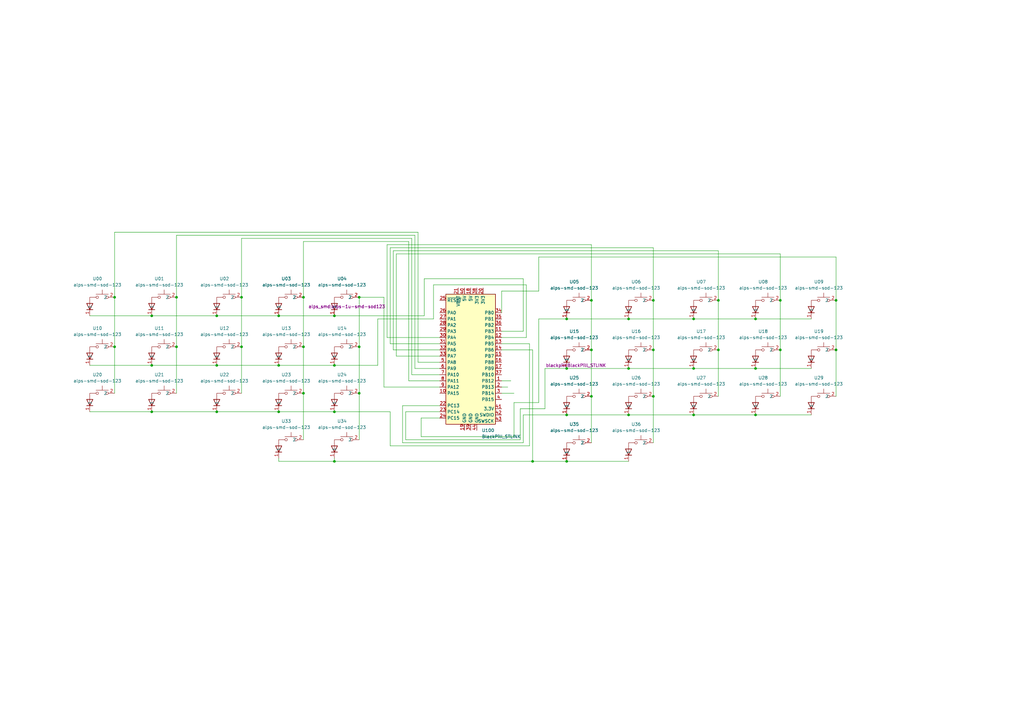
<source format=kicad_sch>
(kicad_sch (version 20211123) (generator eeschema)
  (paper "A3")
  (lib_symbols
    (symbol "alps-smd-sod-123_1"
      (property "Reference" "U" (at 0 0 0))
      (property "Value" "alps-smd-sod-123_1" (at 0 8.89 0))
      (symbol "alps-smd-sod-123_1_0_1"
        (circle (center -2.032 3.81) (radius 0.508))
        (polyline (pts (xy -6.35 -1.27) (xy -3.81 -1.27)) (stroke (width 0.254)))
        (polyline (pts (xy -5.08 1.27) (xy -5.08 -1.27)))
        (polyline (pts (xy 0 5.08) (xy 0 6.858)))
        (polyline (pts (xy 2.54 5.08) (xy -2.54 5.08)))
        (polyline (pts (xy -5.08 1.27) (xy -5.08 3.81) (xy -2.54 3.81)))
        (polyline (pts (xy -6.35 1.27) (xy -3.81 1.27) (xy -5.08 -1.27) (xy -6.35 1.27)) (stroke (width 0.254)))
        (circle (center 2.032 3.81) (radius 0.508))
        (pin passive line (at 5.08 3.81 180) (length 2.54) (name "2") (number "2"))
      )
      (symbol "alps-smd-sod-123_1_1_1"
        (pin passive line (at -5.08 -3.81 90) (length 2.54) (name "1") (number "1"))
      )
    )
    (symbol "alps-smd-sod-123_10"
      (property "Reference" "U" (at 0 0 0))
      (property "Value" "alps-smd-sod-123_10" (at 0 8.89 0))
      (symbol "alps-smd-sod-123_10_0_1"
        (circle (center -2.032 3.81) (radius 0.508))
        (polyline (pts (xy -6.35 -1.27) (xy -3.81 -1.27)) (stroke (width 0.254)))
        (polyline (pts (xy -5.08 1.27) (xy -5.08 -1.27)))
        (polyline (pts (xy 0 5.08) (xy 0 6.858)))
        (polyline (pts (xy 2.54 5.08) (xy -2.54 5.08)))
        (polyline (pts (xy -5.08 1.27) (xy -5.08 3.81) (xy -2.54 3.81)))
        (polyline (pts (xy -6.35 1.27) (xy -3.81 1.27) (xy -5.08 -1.27) (xy -6.35 1.27)) (stroke (width 0.254)))
        (circle (center 2.032 3.81) (radius 0.508))
        (pin passive line (at 5.08 3.81 180) (length 2.54) (name "2") (number "2"))
      )
      (symbol "alps-smd-sod-123_10_1_1"
        (pin passive line (at -5.08 -3.81 90) (length 2.54) (name "1") (number "1"))
      )
    )
    (symbol "alps-smd-sod-123_11"
      (property "Reference" "U" (at 0 0 0))
      (property "Value" "alps-smd-sod-123_11" (at 0 8.89 0))
      (symbol "alps-smd-sod-123_11_0_1"
        (circle (center -2.032 3.81) (radius 0.508))
        (polyline (pts (xy -6.35 -1.27) (xy -3.81 -1.27)) (stroke (width 0.254)))
        (polyline (pts (xy -5.08 1.27) (xy -5.08 -1.27)))
        (polyline (pts (xy 0 5.08) (xy 0 6.858)))
        (polyline (pts (xy 2.54 5.08) (xy -2.54 5.08)))
        (polyline (pts (xy -5.08 1.27) (xy -5.08 3.81) (xy -2.54 3.81)))
        (polyline (pts (xy -6.35 1.27) (xy -3.81 1.27) (xy -5.08 -1.27) (xy -6.35 1.27)) (stroke (width 0.254)))
        (circle (center 2.032 3.81) (radius 0.508))
        (pin passive line (at 5.08 3.81 180) (length 2.54) (name "2") (number "2"))
      )
      (symbol "alps-smd-sod-123_11_1_1"
        (pin passive line (at -5.08 -3.81 90) (length 2.54) (name "1") (number "1"))
      )
    )
    (symbol "alps-smd-sod-123_12"
      (property "Reference" "U" (at 0 0 0))
      (property "Value" "alps-smd-sod-123_12" (at 0 8.89 0))
      (symbol "alps-smd-sod-123_12_0_1"
        (circle (center -2.032 3.81) (radius 0.508))
        (polyline (pts (xy -6.35 -1.27) (xy -3.81 -1.27)) (stroke (width 0.254)))
        (polyline (pts (xy -5.08 1.27) (xy -5.08 -1.27)))
        (polyline (pts (xy 0 5.08) (xy 0 6.858)))
        (polyline (pts (xy 2.54 5.08) (xy -2.54 5.08)))
        (polyline (pts (xy -5.08 1.27) (xy -5.08 3.81) (xy -2.54 3.81)))
        (polyline (pts (xy -6.35 1.27) (xy -3.81 1.27) (xy -5.08 -1.27) (xy -6.35 1.27)) (stroke (width 0.254)))
        (circle (center 2.032 3.81) (radius 0.508))
        (pin passive line (at 5.08 3.81 180) (length 2.54) (name "2") (number "2"))
      )
      (symbol "alps-smd-sod-123_12_1_1"
        (pin passive line (at -5.08 -3.81 90) (length 2.54) (name "1") (number "1"))
      )
    )
    (symbol "alps-smd-sod-123_13"
      (property "Reference" "U" (at 0 0 0))
      (property "Value" "alps-smd-sod-123_13" (at 0 8.89 0))
      (symbol "alps-smd-sod-123_13_0_1"
        (circle (center -2.032 3.81) (radius 0.508))
        (polyline (pts (xy -6.35 -1.27) (xy -3.81 -1.27)) (stroke (width 0.254)))
        (polyline (pts (xy -5.08 1.27) (xy -5.08 -1.27)))
        (polyline (pts (xy 0 5.08) (xy 0 6.858)))
        (polyline (pts (xy 2.54 5.08) (xy -2.54 5.08)))
        (polyline (pts (xy -5.08 1.27) (xy -5.08 3.81) (xy -2.54 3.81)))
        (polyline (pts (xy -6.35 1.27) (xy -3.81 1.27) (xy -5.08 -1.27) (xy -6.35 1.27)) (stroke (width 0.254)))
        (circle (center 2.032 3.81) (radius 0.508))
        (pin passive line (at 5.08 3.81 180) (length 2.54) (name "2") (number "2"))
      )
      (symbol "alps-smd-sod-123_13_1_1"
        (pin passive line (at -5.08 -3.81 90) (length 2.54) (name "1") (number "1"))
      )
    )
    (symbol "alps-smd-sod-123_14"
      (property "Reference" "U" (at 0 0 0))
      (property "Value" "alps-smd-sod-123_14" (at 0 8.89 0))
      (symbol "alps-smd-sod-123_14_0_1"
        (circle (center -2.032 3.81) (radius 0.508))
        (polyline (pts (xy -6.35 -1.27) (xy -3.81 -1.27)) (stroke (width 0.254)))
        (polyline (pts (xy -5.08 1.27) (xy -5.08 -1.27)))
        (polyline (pts (xy 0 5.08) (xy 0 6.858)))
        (polyline (pts (xy 2.54 5.08) (xy -2.54 5.08)))
        (polyline (pts (xy -5.08 1.27) (xy -5.08 3.81) (xy -2.54 3.81)))
        (polyline (pts (xy -6.35 1.27) (xy -3.81 1.27) (xy -5.08 -1.27) (xy -6.35 1.27)) (stroke (width 0.254)))
        (circle (center 2.032 3.81) (radius 0.508))
        (pin passive line (at 5.08 3.81 180) (length 2.54) (name "2") (number "2"))
      )
      (symbol "alps-smd-sod-123_14_1_1"
        (pin passive line (at -5.08 -3.81 90) (length 2.54) (name "1") (number "1"))
      )
    )
    (symbol "alps-smd-sod-123_15"
      (property "Reference" "U" (at 0 0 0))
      (property "Value" "alps-smd-sod-123_15" (at 0 8.89 0))
      (symbol "alps-smd-sod-123_15_0_1"
        (circle (center -2.032 3.81) (radius 0.508))
        (polyline (pts (xy -6.35 -1.27) (xy -3.81 -1.27)) (stroke (width 0.254)))
        (polyline (pts (xy -5.08 1.27) (xy -5.08 -1.27)))
        (polyline (pts (xy 0 5.08) (xy 0 6.858)))
        (polyline (pts (xy 2.54 5.08) (xy -2.54 5.08)))
        (polyline (pts (xy -5.08 1.27) (xy -5.08 3.81) (xy -2.54 3.81)))
        (polyline (pts (xy -6.35 1.27) (xy -3.81 1.27) (xy -5.08 -1.27) (xy -6.35 1.27)) (stroke (width 0.254)))
        (circle (center 2.032 3.81) (radius 0.508))
        (pin passive line (at 5.08 3.81 180) (length 2.54) (name "2") (number "2"))
      )
      (symbol "alps-smd-sod-123_15_1_1"
        (pin passive line (at -5.08 -3.81 90) (length 2.54) (name "1") (number "1"))
      )
    )
    (symbol "alps-smd-sod-123_16"
      (property "Reference" "U" (at 0 0 0))
      (property "Value" "alps-smd-sod-123_16" (at 0 8.89 0))
      (symbol "alps-smd-sod-123_16_0_1"
        (circle (center -2.032 3.81) (radius 0.508))
        (polyline (pts (xy -6.35 -1.27) (xy -3.81 -1.27)) (stroke (width 0.254)))
        (polyline (pts (xy -5.08 1.27) (xy -5.08 -1.27)))
        (polyline (pts (xy 0 5.08) (xy 0 6.858)))
        (polyline (pts (xy 2.54 5.08) (xy -2.54 5.08)))
        (polyline (pts (xy -5.08 1.27) (xy -5.08 3.81) (xy -2.54 3.81)))
        (polyline (pts (xy -6.35 1.27) (xy -3.81 1.27) (xy -5.08 -1.27) (xy -6.35 1.27)) (stroke (width 0.254)))
        (circle (center 2.032 3.81) (radius 0.508))
        (pin passive line (at 5.08 3.81 180) (length 2.54) (name "2") (number "2"))
      )
      (symbol "alps-smd-sod-123_16_1_1"
        (pin passive line (at -5.08 -3.81 90) (length 2.54) (name "1") (number "1"))
      )
    )
    (symbol "alps-smd-sod-123_17"
      (property "Reference" "U" (at 0 0 0))
      (property "Value" "alps-smd-sod-123_17" (at 0 8.89 0))
      (symbol "alps-smd-sod-123_17_0_1"
        (circle (center -2.032 3.81) (radius 0.508))
        (polyline (pts (xy -6.35 -1.27) (xy -3.81 -1.27)) (stroke (width 0.254)))
        (polyline (pts (xy -5.08 1.27) (xy -5.08 -1.27)))
        (polyline (pts (xy 0 5.08) (xy 0 6.858)))
        (polyline (pts (xy 2.54 5.08) (xy -2.54 5.08)))
        (polyline (pts (xy -5.08 1.27) (xy -5.08 3.81) (xy -2.54 3.81)))
        (polyline (pts (xy -6.35 1.27) (xy -3.81 1.27) (xy -5.08 -1.27) (xy -6.35 1.27)) (stroke (width 0.254)))
        (circle (center 2.032 3.81) (radius 0.508))
        (pin passive line (at 5.08 3.81 180) (length 2.54) (name "2") (number "2"))
      )
      (symbol "alps-smd-sod-123_17_1_1"
        (pin passive line (at -5.08 -3.81 90) (length 2.54) (name "1") (number "1"))
      )
    )
    (symbol "alps-smd-sod-123_18"
      (property "Reference" "U" (at 0 0 0))
      (property "Value" "alps-smd-sod-123_18" (at 0 8.89 0))
      (symbol "alps-smd-sod-123_18_0_1"
        (circle (center -2.032 3.81) (radius 0.508))
        (polyline (pts (xy -6.35 -1.27) (xy -3.81 -1.27)) (stroke (width 0.254)))
        (polyline (pts (xy -5.08 1.27) (xy -5.08 -1.27)))
        (polyline (pts (xy 0 5.08) (xy 0 6.858)))
        (polyline (pts (xy 2.54 5.08) (xy -2.54 5.08)))
        (polyline (pts (xy -5.08 1.27) (xy -5.08 3.81) (xy -2.54 3.81)))
        (polyline (pts (xy -6.35 1.27) (xy -3.81 1.27) (xy -5.08 -1.27) (xy -6.35 1.27)) (stroke (width 0.254)))
        (circle (center 2.032 3.81) (radius 0.508))
        (pin passive line (at 5.08 3.81 180) (length 2.54) (name "2") (number "2"))
      )
      (symbol "alps-smd-sod-123_18_1_1"
        (pin passive line (at -5.08 -3.81 90) (length 2.54) (name "1") (number "1"))
      )
    )
    (symbol "alps-smd-sod-123_19"
      (property "Reference" "U" (at 0 0 0))
      (property "Value" "alps-smd-sod-123_19" (at 0 8.89 0))
      (symbol "alps-smd-sod-123_19_0_1"
        (circle (center -2.032 3.81) (radius 0.508))
        (polyline (pts (xy -6.35 -1.27) (xy -3.81 -1.27)) (stroke (width 0.254)))
        (polyline (pts (xy -5.08 1.27) (xy -5.08 -1.27)))
        (polyline (pts (xy 0 5.08) (xy 0 6.858)))
        (polyline (pts (xy 2.54 5.08) (xy -2.54 5.08)))
        (polyline (pts (xy -5.08 1.27) (xy -5.08 3.81) (xy -2.54 3.81)))
        (polyline (pts (xy -6.35 1.27) (xy -3.81 1.27) (xy -5.08 -1.27) (xy -6.35 1.27)) (stroke (width 0.254)))
        (circle (center 2.032 3.81) (radius 0.508))
        (pin passive line (at 5.08 3.81 180) (length 2.54) (name "2") (number "2"))
      )
      (symbol "alps-smd-sod-123_19_1_1"
        (pin passive line (at -5.08 -3.81 90) (length 2.54) (name "1") (number "1"))
      )
    )
    (symbol "alps-smd-sod-123_2"
      (property "Reference" "U" (at 0 0 0))
      (property "Value" "alps-smd-sod-123_2" (at 0 8.89 0))
      (symbol "alps-smd-sod-123_2_0_1"
        (circle (center -2.032 3.81) (radius 0.508))
        (polyline (pts (xy -6.35 -1.27) (xy -3.81 -1.27)) (stroke (width 0.254)))
        (polyline (pts (xy -5.08 1.27) (xy -5.08 -1.27)))
        (polyline (pts (xy 0 5.08) (xy 0 6.858)))
        (polyline (pts (xy 2.54 5.08) (xy -2.54 5.08)))
        (polyline (pts (xy -5.08 1.27) (xy -5.08 3.81) (xy -2.54 3.81)))
        (polyline (pts (xy -6.35 1.27) (xy -3.81 1.27) (xy -5.08 -1.27) (xy -6.35 1.27)) (stroke (width 0.254)))
        (circle (center 2.032 3.81) (radius 0.508))
        (pin passive line (at 5.08 3.81 180) (length 2.54) (name "2") (number "2"))
      )
      (symbol "alps-smd-sod-123_2_1_1"
        (pin passive line (at -5.08 -3.81 90) (length 2.54) (name "1") (number "1"))
      )
    )
    (symbol "alps-smd-sod-123_20"
      (property "Reference" "U" (at 0 0 0))
      (property "Value" "alps-smd-sod-123_20" (at 0 8.89 0))
      (symbol "alps-smd-sod-123_20_0_1"
        (circle (center -2.032 3.81) (radius 0.508))
        (polyline (pts (xy -6.35 -1.27) (xy -3.81 -1.27)) (stroke (width 0.254)))
        (polyline (pts (xy -5.08 1.27) (xy -5.08 -1.27)))
        (polyline (pts (xy 0 5.08) (xy 0 6.858)))
        (polyline (pts (xy 2.54 5.08) (xy -2.54 5.08)))
        (polyline (pts (xy -5.08 1.27) (xy -5.08 3.81) (xy -2.54 3.81)))
        (polyline (pts (xy -6.35 1.27) (xy -3.81 1.27) (xy -5.08 -1.27) (xy -6.35 1.27)) (stroke (width 0.254)))
        (circle (center 2.032 3.81) (radius 0.508))
        (pin passive line (at 5.08 3.81 180) (length 2.54) (name "2") (number "2"))
      )
      (symbol "alps-smd-sod-123_20_1_1"
        (pin passive line (at -5.08 -3.81 90) (length 2.54) (name "1") (number "1"))
      )
    )
    (symbol "alps-smd-sod-123_21"
      (property "Reference" "U" (at 0 0 0))
      (property "Value" "alps-smd-sod-123_21" (at 0 8.89 0))
      (symbol "alps-smd-sod-123_21_0_1"
        (circle (center -2.032 3.81) (radius 0.508))
        (polyline (pts (xy -6.35 -1.27) (xy -3.81 -1.27)) (stroke (width 0.254)))
        (polyline (pts (xy -5.08 1.27) (xy -5.08 -1.27)))
        (polyline (pts (xy 0 5.08) (xy 0 6.858)))
        (polyline (pts (xy 2.54 5.08) (xy -2.54 5.08)))
        (polyline (pts (xy -5.08 1.27) (xy -5.08 3.81) (xy -2.54 3.81)))
        (polyline (pts (xy -6.35 1.27) (xy -3.81 1.27) (xy -5.08 -1.27) (xy -6.35 1.27)) (stroke (width 0.254)))
        (circle (center 2.032 3.81) (radius 0.508))
        (pin passive line (at 5.08 3.81 180) (length 2.54) (name "2") (number "2"))
      )
      (symbol "alps-smd-sod-123_21_1_1"
        (pin passive line (at -5.08 -3.81 90) (length 2.54) (name "1") (number "1"))
      )
    )
    (symbol "alps-smd-sod-123_22"
      (property "Reference" "U" (at 0 0 0))
      (property "Value" "alps-smd-sod-123_22" (at 0 8.89 0))
      (symbol "alps-smd-sod-123_22_0_1"
        (circle (center -2.032 3.81) (radius 0.508))
        (polyline (pts (xy -6.35 -1.27) (xy -3.81 -1.27)) (stroke (width 0.254)))
        (polyline (pts (xy -5.08 1.27) (xy -5.08 -1.27)))
        (polyline (pts (xy 0 5.08) (xy 0 6.858)))
        (polyline (pts (xy 2.54 5.08) (xy -2.54 5.08)))
        (polyline (pts (xy -5.08 1.27) (xy -5.08 3.81) (xy -2.54 3.81)))
        (polyline (pts (xy -6.35 1.27) (xy -3.81 1.27) (xy -5.08 -1.27) (xy -6.35 1.27)) (stroke (width 0.254)))
        (circle (center 2.032 3.81) (radius 0.508))
        (pin passive line (at 5.08 3.81 180) (length 2.54) (name "2") (number "2"))
      )
      (symbol "alps-smd-sod-123_22_1_1"
        (pin passive line (at -5.08 -3.81 90) (length 2.54) (name "1") (number "1"))
      )
    )
    (symbol "alps-smd-sod-123_23"
      (property "Reference" "U" (at 0 0 0))
      (property "Value" "alps-smd-sod-123_23" (at 0 8.89 0))
      (symbol "alps-smd-sod-123_23_0_1"
        (circle (center -2.032 3.81) (radius 0.508))
        (polyline (pts (xy -6.35 -1.27) (xy -3.81 -1.27)) (stroke (width 0.254)))
        (polyline (pts (xy -5.08 1.27) (xy -5.08 -1.27)))
        (polyline (pts (xy 0 5.08) (xy 0 6.858)))
        (polyline (pts (xy 2.54 5.08) (xy -2.54 5.08)))
        (polyline (pts (xy -5.08 1.27) (xy -5.08 3.81) (xy -2.54 3.81)))
        (polyline (pts (xy -6.35 1.27) (xy -3.81 1.27) (xy -5.08 -1.27) (xy -6.35 1.27)) (stroke (width 0.254)))
        (circle (center 2.032 3.81) (radius 0.508))
        (pin passive line (at 5.08 3.81 180) (length 2.54) (name "2") (number "2"))
      )
      (symbol "alps-smd-sod-123_23_1_1"
        (pin passive line (at -5.08 -3.81 90) (length 2.54) (name "1") (number "1"))
      )
    )
    (symbol "alps-smd-sod-123_24"
      (property "Reference" "U" (at 0 0 0))
      (property "Value" "alps-smd-sod-123_24" (at 0 8.89 0))
      (symbol "alps-smd-sod-123_24_0_1"
        (circle (center -2.032 3.81) (radius 0.508))
        (polyline (pts (xy -6.35 -1.27) (xy -3.81 -1.27)) (stroke (width 0.254)))
        (polyline (pts (xy -5.08 1.27) (xy -5.08 -1.27)))
        (polyline (pts (xy 0 5.08) (xy 0 6.858)))
        (polyline (pts (xy 2.54 5.08) (xy -2.54 5.08)))
        (polyline (pts (xy -5.08 1.27) (xy -5.08 3.81) (xy -2.54 3.81)))
        (polyline (pts (xy -6.35 1.27) (xy -3.81 1.27) (xy -5.08 -1.27) (xy -6.35 1.27)) (stroke (width 0.254)))
        (circle (center 2.032 3.81) (radius 0.508))
        (pin passive line (at 5.08 3.81 180) (length 2.54) (name "2") (number "2"))
      )
      (symbol "alps-smd-sod-123_24_1_1"
        (pin passive line (at -5.08 -3.81 90) (length 2.54) (name "1") (number "1"))
      )
    )
    (symbol "alps-smd-sod-123_25"
      (property "Reference" "U" (at 0 0 0))
      (property "Value" "alps-smd-sod-123_25" (at 0 8.89 0))
      (symbol "alps-smd-sod-123_25_0_1"
        (circle (center -2.032 3.81) (radius 0.508))
        (polyline (pts (xy -6.35 -1.27) (xy -3.81 -1.27)) (stroke (width 0.254)))
        (polyline (pts (xy -5.08 1.27) (xy -5.08 -1.27)))
        (polyline (pts (xy 0 5.08) (xy 0 6.858)))
        (polyline (pts (xy 2.54 5.08) (xy -2.54 5.08)))
        (polyline (pts (xy -5.08 1.27) (xy -5.08 3.81) (xy -2.54 3.81)))
        (polyline (pts (xy -6.35 1.27) (xy -3.81 1.27) (xy -5.08 -1.27) (xy -6.35 1.27)) (stroke (width 0.254)))
        (circle (center 2.032 3.81) (radius 0.508))
        (pin passive line (at 5.08 3.81 180) (length 2.54) (name "2") (number "2"))
      )
      (symbol "alps-smd-sod-123_25_1_1"
        (pin passive line (at -5.08 -3.81 90) (length 2.54) (name "1") (number "1"))
      )
    )
    (symbol "alps-smd-sod-123_26"
      (property "Reference" "U" (at 0 0 0))
      (property "Value" "alps-smd-sod-123_26" (at 0 8.89 0))
      (symbol "alps-smd-sod-123_26_0_1"
        (circle (center -2.032 3.81) (radius 0.508))
        (polyline (pts (xy -6.35 -1.27) (xy -3.81 -1.27)) (stroke (width 0.254)))
        (polyline (pts (xy -5.08 1.27) (xy -5.08 -1.27)))
        (polyline (pts (xy 0 5.08) (xy 0 6.858)))
        (polyline (pts (xy 2.54 5.08) (xy -2.54 5.08)))
        (polyline (pts (xy -5.08 1.27) (xy -5.08 3.81) (xy -2.54 3.81)))
        (polyline (pts (xy -6.35 1.27) (xy -3.81 1.27) (xy -5.08 -1.27) (xy -6.35 1.27)) (stroke (width 0.254)))
        (circle (center 2.032 3.81) (radius 0.508))
        (pin passive line (at 5.08 3.81 180) (length 2.54) (name "2") (number "2"))
      )
      (symbol "alps-smd-sod-123_26_1_1"
        (pin passive line (at -5.08 -3.81 90) (length 2.54) (name "1") (number "1"))
      )
    )
    (symbol "alps-smd-sod-123_27"
      (property "Reference" "U" (at 0 0 0))
      (property "Value" "alps-smd-sod-123_27" (at 0 8.89 0))
      (symbol "alps-smd-sod-123_27_0_1"
        (circle (center -2.032 3.81) (radius 0.508))
        (polyline (pts (xy -6.35 -1.27) (xy -3.81 -1.27)) (stroke (width 0.254)))
        (polyline (pts (xy -5.08 1.27) (xy -5.08 -1.27)))
        (polyline (pts (xy 0 5.08) (xy 0 6.858)))
        (polyline (pts (xy 2.54 5.08) (xy -2.54 5.08)))
        (polyline (pts (xy -5.08 1.27) (xy -5.08 3.81) (xy -2.54 3.81)))
        (polyline (pts (xy -6.35 1.27) (xy -3.81 1.27) (xy -5.08 -1.27) (xy -6.35 1.27)) (stroke (width 0.254)))
        (circle (center 2.032 3.81) (radius 0.508))
        (pin passive line (at 5.08 3.81 180) (length 2.54) (name "2") (number "2"))
      )
      (symbol "alps-smd-sod-123_27_1_1"
        (pin passive line (at -5.08 -3.81 90) (length 2.54) (name "1") (number "1"))
      )
    )
    (symbol "alps-smd-sod-123_28"
      (property "Reference" "U" (at 0 0 0))
      (property "Value" "alps-smd-sod-123_28" (at 0 8.89 0))
      (symbol "alps-smd-sod-123_28_0_1"
        (circle (center -2.032 3.81) (radius 0.508))
        (polyline (pts (xy -6.35 -1.27) (xy -3.81 -1.27)) (stroke (width 0.254)))
        (polyline (pts (xy -5.08 1.27) (xy -5.08 -1.27)))
        (polyline (pts (xy 0 5.08) (xy 0 6.858)))
        (polyline (pts (xy 2.54 5.08) (xy -2.54 5.08)))
        (polyline (pts (xy -5.08 1.27) (xy -5.08 3.81) (xy -2.54 3.81)))
        (polyline (pts (xy -6.35 1.27) (xy -3.81 1.27) (xy -5.08 -1.27) (xy -6.35 1.27)) (stroke (width 0.254)))
        (circle (center 2.032 3.81) (radius 0.508))
        (pin passive line (at 5.08 3.81 180) (length 2.54) (name "2") (number "2"))
      )
      (symbol "alps-smd-sod-123_28_1_1"
        (pin passive line (at -5.08 -3.81 90) (length 2.54) (name "1") (number "1"))
      )
    )
    (symbol "alps-smd-sod-123_29"
      (property "Reference" "U" (at 0 0 0))
      (property "Value" "alps-smd-sod-123_29" (at 0 8.89 0))
      (symbol "alps-smd-sod-123_29_0_1"
        (circle (center -2.032 3.81) (radius 0.508))
        (polyline (pts (xy -6.35 -1.27) (xy -3.81 -1.27)) (stroke (width 0.254)))
        (polyline (pts (xy -5.08 1.27) (xy -5.08 -1.27)))
        (polyline (pts (xy 0 5.08) (xy 0 6.858)))
        (polyline (pts (xy 2.54 5.08) (xy -2.54 5.08)))
        (polyline (pts (xy -5.08 1.27) (xy -5.08 3.81) (xy -2.54 3.81)))
        (polyline (pts (xy -6.35 1.27) (xy -3.81 1.27) (xy -5.08 -1.27) (xy -6.35 1.27)) (stroke (width 0.254)))
        (circle (center 2.032 3.81) (radius 0.508))
        (pin passive line (at 5.08 3.81 180) (length 2.54) (name "2") (number "2"))
      )
      (symbol "alps-smd-sod-123_29_1_1"
        (pin passive line (at -5.08 -3.81 90) (length 2.54) (name "1") (number "1"))
      )
    )
    (symbol "alps-smd-sod-123_3"
      (property "Reference" "U" (at 0 0 0))
      (property "Value" "alps-smd-sod-123_3" (at 0 8.89 0))
      (symbol "alps-smd-sod-123_3_0_1"
        (circle (center -2.032 3.81) (radius 0.508))
        (polyline (pts (xy -6.35 -1.27) (xy -3.81 -1.27)) (stroke (width 0.254)))
        (polyline (pts (xy -5.08 1.27) (xy -5.08 -1.27)))
        (polyline (pts (xy 0 5.08) (xy 0 6.858)))
        (polyline (pts (xy 2.54 5.08) (xy -2.54 5.08)))
        (polyline (pts (xy -5.08 1.27) (xy -5.08 3.81) (xy -2.54 3.81)))
        (polyline (pts (xy -6.35 1.27) (xy -3.81 1.27) (xy -5.08 -1.27) (xy -6.35 1.27)) (stroke (width 0.254)))
        (circle (center 2.032 3.81) (radius 0.508))
        (pin passive line (at 5.08 3.81 180) (length 2.54) (name "2") (number "2"))
      )
      (symbol "alps-smd-sod-123_3_1_1"
        (pin passive line (at -5.08 -3.81 90) (length 2.54) (name "1") (number "1"))
      )
    )
    (symbol "alps-smd-sod-123_30"
      (property "Reference" "U" (at 0 0 0))
      (property "Value" "alps-smd-sod-123_30" (at 0 8.89 0))
      (symbol "alps-smd-sod-123_30_0_1"
        (circle (center -2.032 3.81) (radius 0.508))
        (polyline (pts (xy -6.35 -1.27) (xy -3.81 -1.27)) (stroke (width 0.254)))
        (polyline (pts (xy -5.08 1.27) (xy -5.08 -1.27)))
        (polyline (pts (xy 0 5.08) (xy 0 6.858)))
        (polyline (pts (xy 2.54 5.08) (xy -2.54 5.08)))
        (polyline (pts (xy -5.08 1.27) (xy -5.08 3.81) (xy -2.54 3.81)))
        (polyline (pts (xy -6.35 1.27) (xy -3.81 1.27) (xy -5.08 -1.27) (xy -6.35 1.27)) (stroke (width 0.254)))
        (circle (center 2.032 3.81) (radius 0.508))
        (pin passive line (at 5.08 3.81 180) (length 2.54) (name "2") (number "2"))
      )
      (symbol "alps-smd-sod-123_30_1_1"
        (pin passive line (at -5.08 -3.81 90) (length 2.54) (name "1") (number "1"))
      )
    )
    (symbol "alps-smd-sod-123_31"
      (property "Reference" "U" (at 0 0 0))
      (property "Value" "alps-smd-sod-123_31" (at 0 8.89 0))
      (symbol "alps-smd-sod-123_31_0_1"
        (circle (center -2.032 3.81) (radius 0.508))
        (polyline (pts (xy -6.35 -1.27) (xy -3.81 -1.27)) (stroke (width 0.254)))
        (polyline (pts (xy -5.08 1.27) (xy -5.08 -1.27)))
        (polyline (pts (xy 0 5.08) (xy 0 6.858)))
        (polyline (pts (xy 2.54 5.08) (xy -2.54 5.08)))
        (polyline (pts (xy -5.08 1.27) (xy -5.08 3.81) (xy -2.54 3.81)))
        (polyline (pts (xy -6.35 1.27) (xy -3.81 1.27) (xy -5.08 -1.27) (xy -6.35 1.27)) (stroke (width 0.254)))
        (circle (center 2.032 3.81) (radius 0.508))
        (pin passive line (at 5.08 3.81 180) (length 2.54) (name "2") (number "2"))
      )
      (symbol "alps-smd-sod-123_31_1_1"
        (pin passive line (at -5.08 -3.81 90) (length 2.54) (name "1") (number "1"))
      )
    )
    (symbol "alps-smd-sod-123_32"
      (property "Reference" "U" (at 0 0 0))
      (property "Value" "alps-smd-sod-123_32" (at 0 8.89 0))
      (symbol "alps-smd-sod-123_32_0_1"
        (circle (center -2.032 3.81) (radius 0.508))
        (polyline (pts (xy -6.35 -1.27) (xy -3.81 -1.27)) (stroke (width 0.254)))
        (polyline (pts (xy -5.08 1.27) (xy -5.08 -1.27)))
        (polyline (pts (xy 0 5.08) (xy 0 6.858)))
        (polyline (pts (xy 2.54 5.08) (xy -2.54 5.08)))
        (polyline (pts (xy -5.08 1.27) (xy -5.08 3.81) (xy -2.54 3.81)))
        (polyline (pts (xy -6.35 1.27) (xy -3.81 1.27) (xy -5.08 -1.27) (xy -6.35 1.27)) (stroke (width 0.254)))
        (circle (center 2.032 3.81) (radius 0.508))
        (pin passive line (at 5.08 3.81 180) (length 2.54) (name "2") (number "2"))
      )
      (symbol "alps-smd-sod-123_32_1_1"
        (pin passive line (at -5.08 -3.81 90) (length 2.54) (name "1") (number "1"))
      )
    )
    (symbol "alps-smd-sod-123_33"
      (property "Reference" "U" (at 0 0 0))
      (property "Value" "alps-smd-sod-123_33" (at 0 8.89 0))
      (symbol "alps-smd-sod-123_33_0_1"
        (circle (center -2.032 3.81) (radius 0.508))
        (polyline (pts (xy -6.35 -1.27) (xy -3.81 -1.27)) (stroke (width 0.254)))
        (polyline (pts (xy -5.08 1.27) (xy -5.08 -1.27)))
        (polyline (pts (xy 0 5.08) (xy 0 6.858)))
        (polyline (pts (xy 2.54 5.08) (xy -2.54 5.08)))
        (polyline (pts (xy -5.08 1.27) (xy -5.08 3.81) (xy -2.54 3.81)))
        (polyline (pts (xy -6.35 1.27) (xy -3.81 1.27) (xy -5.08 -1.27) (xy -6.35 1.27)) (stroke (width 0.254)))
        (circle (center 2.032 3.81) (radius 0.508))
        (pin passive line (at 5.08 3.81 180) (length 2.54) (name "2") (number "2"))
      )
      (symbol "alps-smd-sod-123_33_1_1"
        (pin passive line (at -5.08 -3.81 90) (length 2.54) (name "1") (number "1"))
      )
    )
    (symbol "alps-smd-sod-123_4"
      (property "Reference" "U" (at 0 0 0))
      (property "Value" "alps-smd-sod-123_4" (at 0 8.89 0))
      (symbol "alps-smd-sod-123_4_0_1"
        (circle (center -2.032 3.81) (radius 0.508))
        (polyline (pts (xy -6.35 -1.27) (xy -3.81 -1.27)) (stroke (width 0.254)))
        (polyline (pts (xy -5.08 1.27) (xy -5.08 -1.27)))
        (polyline (pts (xy 0 5.08) (xy 0 6.858)))
        (polyline (pts (xy 2.54 5.08) (xy -2.54 5.08)))
        (polyline (pts (xy -5.08 1.27) (xy -5.08 3.81) (xy -2.54 3.81)))
        (polyline (pts (xy -6.35 1.27) (xy -3.81 1.27) (xy -5.08 -1.27) (xy -6.35 1.27)) (stroke (width 0.254)))
        (circle (center 2.032 3.81) (radius 0.508))
        (pin passive line (at 5.08 3.81 180) (length 2.54) (name "2") (number "2"))
      )
      (symbol "alps-smd-sod-123_4_1_1"
        (pin passive line (at -5.08 -3.81 90) (length 2.54) (name "1") (number "1"))
      )
    )
    (symbol "alps-smd-sod-123_5"
      (property "Reference" "U" (at 0 0 0))
      (property "Value" "alps-smd-sod-123_5" (at 0 8.89 0))
      (symbol "alps-smd-sod-123_5_0_1"
        (circle (center -2.032 3.81) (radius 0.508))
        (polyline (pts (xy -6.35 -1.27) (xy -3.81 -1.27)) (stroke (width 0.254)))
        (polyline (pts (xy -5.08 1.27) (xy -5.08 -1.27)))
        (polyline (pts (xy 0 5.08) (xy 0 6.858)))
        (polyline (pts (xy 2.54 5.08) (xy -2.54 5.08)))
        (polyline (pts (xy -5.08 1.27) (xy -5.08 3.81) (xy -2.54 3.81)))
        (polyline (pts (xy -6.35 1.27) (xy -3.81 1.27) (xy -5.08 -1.27) (xy -6.35 1.27)) (stroke (width 0.254)))
        (circle (center 2.032 3.81) (radius 0.508))
        (pin passive line (at 5.08 3.81 180) (length 2.54) (name "2") (number "2"))
      )
      (symbol "alps-smd-sod-123_5_1_1"
        (pin passive line (at -5.08 -3.81 90) (length 2.54) (name "1") (number "1"))
      )
    )
    (symbol "alps-smd-sod-123_6"
      (property "Reference" "U" (at 0 0 0))
      (property "Value" "alps-smd-sod-123_6" (at 0 8.89 0))
      (symbol "alps-smd-sod-123_6_0_1"
        (circle (center -2.032 3.81) (radius 0.508))
        (polyline (pts (xy -6.35 -1.27) (xy -3.81 -1.27)) (stroke (width 0.254)))
        (polyline (pts (xy -5.08 1.27) (xy -5.08 -1.27)))
        (polyline (pts (xy 0 5.08) (xy 0 6.858)))
        (polyline (pts (xy 2.54 5.08) (xy -2.54 5.08)))
        (polyline (pts (xy -5.08 1.27) (xy -5.08 3.81) (xy -2.54 3.81)))
        (polyline (pts (xy -6.35 1.27) (xy -3.81 1.27) (xy -5.08 -1.27) (xy -6.35 1.27)) (stroke (width 0.254)))
        (circle (center 2.032 3.81) (radius 0.508))
        (pin passive line (at 5.08 3.81 180) (length 2.54) (name "2") (number "2"))
      )
      (symbol "alps-smd-sod-123_6_1_1"
        (pin passive line (at -5.08 -3.81 90) (length 2.54) (name "1") (number "1"))
      )
    )
    (symbol "alps-smd-sod-123_7"
      (property "Reference" "U" (at 0 0 0))
      (property "Value" "alps-smd-sod-123_7" (at 0 8.89 0))
      (symbol "alps-smd-sod-123_7_0_1"
        (circle (center -2.032 3.81) (radius 0.508))
        (polyline (pts (xy -6.35 -1.27) (xy -3.81 -1.27)) (stroke (width 0.254)))
        (polyline (pts (xy -5.08 1.27) (xy -5.08 -1.27)))
        (polyline (pts (xy 0 5.08) (xy 0 6.858)))
        (polyline (pts (xy 2.54 5.08) (xy -2.54 5.08)))
        (polyline (pts (xy -5.08 1.27) (xy -5.08 3.81) (xy -2.54 3.81)))
        (polyline (pts (xy -6.35 1.27) (xy -3.81 1.27) (xy -5.08 -1.27) (xy -6.35 1.27)) (stroke (width 0.254)))
        (circle (center 2.032 3.81) (radius 0.508))
        (pin passive line (at 5.08 3.81 180) (length 2.54) (name "2") (number "2"))
      )
      (symbol "alps-smd-sod-123_7_1_1"
        (pin passive line (at -5.08 -3.81 90) (length 2.54) (name "1") (number "1"))
      )
    )
    (symbol "alps-smd-sod-123_8"
      (property "Reference" "U" (at 0 0 0))
      (property "Value" "alps-smd-sod-123_8" (at 0 8.89 0))
      (symbol "alps-smd-sod-123_8_0_1"
        (circle (center -2.032 3.81) (radius 0.508))
        (polyline (pts (xy -6.35 -1.27) (xy -3.81 -1.27)) (stroke (width 0.254)))
        (polyline (pts (xy -5.08 1.27) (xy -5.08 -1.27)))
        (polyline (pts (xy 0 5.08) (xy 0 6.858)))
        (polyline (pts (xy 2.54 5.08) (xy -2.54 5.08)))
        (polyline (pts (xy -5.08 1.27) (xy -5.08 3.81) (xy -2.54 3.81)))
        (polyline (pts (xy -6.35 1.27) (xy -3.81 1.27) (xy -5.08 -1.27) (xy -6.35 1.27)) (stroke (width 0.254)))
        (circle (center 2.032 3.81) (radius 0.508))
        (pin passive line (at 5.08 3.81 180) (length 2.54) (name "2") (number "2"))
      )
      (symbol "alps-smd-sod-123_8_1_1"
        (pin passive line (at -5.08 -3.81 90) (length 2.54) (name "1") (number "1"))
      )
    )
    (symbol "alps-smd-sod-123_9"
      (property "Reference" "U" (at 0 0 0))
      (property "Value" "alps-smd-sod-123_9" (at 0 8.89 0))
      (symbol "alps-smd-sod-123_9_0_1"
        (circle (center -2.032 3.81) (radius 0.508))
        (polyline (pts (xy -6.35 -1.27) (xy -3.81 -1.27)) (stroke (width 0.254)))
        (polyline (pts (xy -5.08 1.27) (xy -5.08 -1.27)))
        (polyline (pts (xy 0 5.08) (xy 0 6.858)))
        (polyline (pts (xy 2.54 5.08) (xy -2.54 5.08)))
        (polyline (pts (xy -5.08 1.27) (xy -5.08 3.81) (xy -2.54 3.81)))
        (polyline (pts (xy -6.35 1.27) (xy -3.81 1.27) (xy -5.08 -1.27) (xy -6.35 1.27)) (stroke (width 0.254)))
        (circle (center 2.032 3.81) (radius 0.508))
        (pin passive line (at 5.08 3.81 180) (length 2.54) (name "2") (number "2"))
      )
      (symbol "alps-smd-sod-123_9_1_1"
        (pin passive line (at -5.08 -3.81 90) (length 2.54) (name "1") (number "1"))
      )
    )
    (symbol "alps-smd:alps-smd-sod-123"
      (property "Reference" "U" (at 0 0 0))
      (property "Value" "alps-smd-sod-123" (at 0 8.89 0))
      (symbol "alps-smd-sod-123_0_1"
        (circle (center -2.032 3.81) (radius 0.508))
        (polyline (pts (xy -6.35 -1.27) (xy -3.81 -1.27)) (stroke (width 0.254)))
        (polyline (pts (xy -5.08 1.27) (xy -5.08 -1.27)))
        (polyline (pts (xy 0 5.08) (xy 0 6.858)))
        (polyline (pts (xy 2.54 5.08) (xy -2.54 5.08)))
        (polyline (pts (xy -5.08 1.27) (xy -5.08 3.81) (xy -2.54 3.81)))
        (polyline (pts (xy -6.35 1.27) (xy -3.81 1.27) (xy -5.08 -1.27) (xy -6.35 1.27)) (stroke (width 0.254)))
        (circle (center 2.032 3.81) (radius 0.508))
        (pin passive line (at 5.08 3.81 180) (length 2.54) (name "2") (number "2"))
      )
      (symbol "alps-smd-sod-123_1_1"
        (pin passive line (at -5.08 -3.81 90) (length 2.54) (name "1") (number "1"))
      )
    )
    (symbol "blackpill:BlackPill_STLINK"
      (property "Reference" "U6" (at 4.5594 -27.5495 0))
      (property "Value" "BlackPill_STLINK" (at 4.5594 -30.3246 0))
      (symbol "BlackPill_STLINK_0_1"
        (rectangle (start -10.16 27.94) (end 10.16 -25.4) (stroke (width 0.254)) (fill (type background)))
      )
      (symbol "BlackPill_STLINK_1_1"
        (pin bidirectional line (at 12.7 -7.62 180) (length 2.54) (name "PB12") (number "1"))
        (pin bidirectional line (at -12.7 -12.7 0) (length 2.54) (name "PA15") (number "10"))
        (pin bidirectional line (at 12.7 12.7 180) (length 2.54) (name "PB3") (number "11"))
        (pin bidirectional line (at 12.7 10.16 180) (length 2.54) (name "PB4") (number "12"))
        (pin bidirectional line (at 12.7 7.62 180) (length 2.54) (name "PB5") (number "13"))
        (pin bidirectional line (at 12.7 5.08 180) (length 2.54) (name "PB6") (number "14"))
        (pin bidirectional line (at 12.7 2.54 180) (length 2.54) (name "PB7") (number "15"))
        (pin bidirectional line (at 12.7 0 180) (length 2.54) (name "PB8") (number "16"))
        (pin bidirectional line (at 12.7 -2.54 180) (length 2.54) (name "PB9") (number "17"))
        (pin power_in line (at 0 30.48 270) (length 2.54) (name "5V") (number "18"))
        (pin power_in line (at -2.54 -27.94 90) (length 2.54) (name "GND") (number "19"))
        (pin bidirectional line (at 12.7 -10.16 180) (length 2.54) (name "PB13") (number "2"))
        (pin power_out line (at 5.08 30.48 270) (length 2.54) (name "3V3") (number "20"))
        (pin power_in line (at -5.08 30.48 270) (length 2.54) (name "VBAT") (number "21"))
        (pin bidirectional line (at -12.7 -17.78 0) (length 2.54) (name "PC13") (number "22"))
        (pin bidirectional line (at -12.7 -20.32 0) (length 2.54) (name "PC14") (number "23"))
        (pin bidirectional line (at -12.7 -22.86 0) (length 2.54) (name "PC15") (number "24"))
        (pin input line (at -12.7 25.4 0) (length 2.54) (name "~{RESET}") (number "25"))
        (pin bidirectional line (at -12.7 20.32 0) (length 2.54) (name "PA0") (number "26"))
        (pin bidirectional line (at -12.7 17.78 0) (length 2.54) (name "PA1") (number "27"))
        (pin bidirectional line (at -12.7 15.24 0) (length 2.54) (name "PA2") (number "28"))
        (pin bidirectional line (at -12.7 12.7 0) (length 2.54) (name "PA3") (number "29"))
        (pin bidirectional line (at 12.7 -12.7 180) (length 2.54) (name "PB14") (number "3"))
        (pin bidirectional line (at -12.7 10.16 0) (length 2.54) (name "PA4") (number "30"))
        (pin bidirectional line (at -12.7 7.62 0) (length 2.54) (name "PA5") (number "31"))
        (pin bidirectional line (at -12.7 5.08 0) (length 2.54) (name "PA6") (number "32"))
        (pin bidirectional line (at -12.7 2.54 0) (length 2.54) (name "PA7") (number "33"))
        (pin bidirectional line (at 12.7 20.32 180) (length 2.54) (name "PB0") (number "34"))
        (pin bidirectional line (at 12.7 17.78 180) (length 2.54) (name "PB1") (number "35"))
        (pin bidirectional line (at 12.7 15.24 180) (length 2.54) (name "PB2") (number "36"))
        (pin bidirectional line (at 12.7 -5.08 180) (length 2.54) (name "PB10") (number "37"))
        (pin power_out line (at 2.54 30.48 270) (length 2.54) (name "3V3") (number "38"))
        (pin power_in line (at 0 -27.94 90) (length 2.54) (name "GND") (number "39"))
        (pin bidirectional line (at 12.7 -15.24 180) (length 2.54) (name "PB15") (number "4"))
        (pin passive line (at -2.54 30.48 270) (length 2.54) (name "5V") (number "40"))
        (pin power_out line (at 12.7 -19.05 180) (length 2.54) (name "3.3V") (number "41"))
        (pin bidirectional line (at 12.7 -21.59 180) (length 2.54) (name "SWDIO") (number "42"))
        (pin bidirectional line (at 12.7 -24.13 180) (length 2.54) (name "SWSCK") (number "43"))
        (pin power_in line (at 2.54 -27.94 90) (length 2.54) (name "GND") (number "44"))
        (pin bidirectional line (at -12.7 0 0) (length 2.54) (name "PA8") (number "5"))
        (pin bidirectional line (at -12.7 -2.54 0) (length 2.54) (name "PA9") (number "6"))
        (pin bidirectional line (at -12.7 -5.08 0) (length 2.54) (name "PA10") (number "7"))
        (pin bidirectional line (at -12.7 -7.62 0) (length 2.54) (name "PA11") (number "8"))
        (pin bidirectional line (at -12.7 -10.16 0) (length 2.54) (name "PA12") (number "9"))
      )
    )
  )
  (junction (at 62.23 168.91))
  (junction (at 147.32 161.29))
  (junction (at 137.16 189.23))
  (junction (at 46.99 121.92))
  (junction (at 320.04 143.51))
  (junction (at 294.64 143.51))
  (junction (at 114.3 149.86))
  (junction (at 99.06 121.92))
  (junction (at 309.88 130.81))
  (junction (at 72.39 121.92))
  (junction (at 242.57 123.19))
  (junction (at 284.48 130.81))
  (junction (at 267.97 123.19))
  (junction (at 267.97 143.51))
  (junction (at 88.9 168.91))
  (junction (at 242.57 143.51))
  (junction (at 99.06 142.24))
  (junction (at 342.9 123.19))
  (junction (at 257.81 170.18))
  (junction (at 124.46 161.29))
  (junction (at 88.9 129.54))
  (junction (at 72.39 142.24))
  (junction (at 309.88 170.18))
  (junction (at 124.46 121.92))
  (junction (at 232.41 189.23))
  (junction (at 257.81 130.81))
  (junction (at 284.48 151.13))
  (junction (at 232.41 151.13))
  (junction (at 218.44 189.23))
  (junction (at 114.3 168.91))
  (junction (at 309.88 151.13))
  (junction (at 294.64 123.19))
  (junction (at 124.46 142.24))
  (junction (at 62.23 149.86))
  (junction (at 284.48 170.18))
  (junction (at 46.99 142.24))
  (junction (at 267.97 162.56))
  (junction (at 147.32 142.24))
  (junction (at 88.9 149.86))
  (junction (at 137.16 129.54))
  (junction (at 62.23 129.54))
  (junction (at 257.81 151.13))
  (junction (at 137.16 149.86))
  (junction (at 137.16 168.91))
  (junction (at 114.3 129.54))
  (junction (at 232.41 170.18))
  (junction (at 232.41 130.81))
  (junction (at 147.32 121.92))
  (junction (at 242.57 162.56))
  (junction (at 320.04 123.19))
  (junction (at 342.9 143.51))
  (wire (pts (xy 161.29 102.87) (xy 294.64 102.87)))
  (wire (pts (xy 36.83 168.91) (xy 62.23 168.91)))
  (wire (pts (xy 114.3 149.86) (xy 137.16 149.86)))
  (wire (pts (xy 137.16 168.91) (xy 160.02 168.91)))
  (wire (pts (xy 147.32 142.24) (xy 147.32 161.29)))
  (wire (pts (xy 205.74 143.51) (xy 218.44 143.51)))
  (wire (pts (xy 220.98 105.41) (xy 342.9 105.41)))
  (wire (pts (xy 232.41 151.13) (xy 257.81 151.13)))
  (wire (pts (xy 205.74 119.38) (xy 220.98 119.38)))
  (wire (pts (xy 180.34 168.91) (xy 166.37 168.91)))
  (wire (pts (xy 172.72 179.07) (xy 172.72 171.45)))
  (wire (pts (xy 114.3 189.23) (xy 137.16 189.23)))
  (wire (pts (xy 215.9 138.43) (xy 205.74 138.43)))
  (wire (pts (xy 218.44 189.23) (xy 232.41 189.23)))
  (wire (pts (xy 168.91 153.67) (xy 180.34 153.67)))
  (wire (pts (xy 217.17 140.97) (xy 217.17 182.88)))
  (wire (pts (xy 124.46 142.24) (xy 124.46 161.29)))
  (wire (pts (xy 210.82 165.1) (xy 210.82 179.07)))
  (wire (pts (xy 46.99 142.24) (xy 46.99 161.29)))
  (wire (pts (xy 267.97 101.6) (xy 160.02 101.6)))
  (wire (pts (xy 137.16 189.23) (xy 137.16 187.96)))
  (wire (pts (xy 166.37 180.34) (xy 213.36 180.34)))
  (wire (pts (xy 214.63 170.18) (xy 214.63 181.61)))
  (wire (pts (xy 218.44 143.51) (xy 218.44 189.23)))
  (wire (pts (xy 171.45 148.59) (xy 180.34 148.59)))
  (wire (pts (xy 242.57 123.19) (xy 242.57 143.51)))
  (wire (pts (xy 232.41 189.23) (xy 257.81 189.23)))
  (wire (pts (xy 205.74 158.75) (xy 208.28 158.75)))
  (wire (pts (xy 242.57 143.51) (xy 242.57 162.56)))
  (wire (pts (xy 173.99 129.54) (xy 173.99 114.3)))
  (wire (pts (xy 232.41 130.81) (xy 257.81 130.81)))
  (wire (pts (xy 267.97 143.51) (xy 267.97 162.56)))
  (wire (pts (xy 46.99 121.92) (xy 46.99 142.24)))
  (wire (pts (xy 72.39 96.52) (xy 72.39 121.92)))
  (wire (pts (xy 99.06 121.92) (xy 99.06 142.24)))
  (wire (pts (xy 62.23 129.54) (xy 88.9 129.54)))
  (wire (pts (xy 160.02 140.97) (xy 180.34 140.97)))
  (wire (pts (xy 232.41 130.81) (xy 220.98 130.81)))
  (wire (pts (xy 162.56 104.14) (xy 162.56 146.05)))
  (wire (pts (xy 124.46 99.06) (xy 167.64 99.06)))
  (wire (pts (xy 242.57 100.33) (xy 158.75 100.33)))
  (wire (pts (xy 62.23 149.86) (xy 88.9 149.86)))
  (wire (pts (xy 320.04 143.51) (xy 320.04 162.56)))
  (wire (pts (xy 137.16 129.54) (xy 173.99 129.54)))
  (wire (pts (xy 72.39 96.52) (xy 170.18 96.52)))
  (wire (pts (xy 180.34 143.51) (xy 161.29 143.51)))
  (wire (pts (xy 160.02 101.6) (xy 160.02 140.97)))
  (wire (pts (xy 165.1 181.61) (xy 165.1 166.37)))
  (wire (pts (xy 158.75 100.33) (xy 158.75 138.43)))
  (wire (pts (xy 320.04 123.19) (xy 320.04 143.51)))
  (wire (pts (xy 72.39 142.24) (xy 72.39 161.29)))
  (wire (pts (xy 223.52 151.13) (xy 232.41 151.13)))
  (wire (pts (xy 177.8 116.84) (xy 215.9 116.84)))
  (wire (pts (xy 124.46 161.29) (xy 124.46 180.34)))
  (wire (pts (xy 114.3 129.54) (xy 137.16 129.54)))
  (wire (pts (xy 213.36 180.34) (xy 213.36 167.64)))
  (wire (pts (xy 173.99 114.3) (xy 214.63 114.3)))
  (wire (pts (xy 158.75 138.43) (xy 180.34 138.43)))
  (wire (pts (xy 209.55 156.21) (xy 205.74 156.21)))
  (wire (pts (xy 160.02 182.88) (xy 217.17 182.88)))
  (wire (pts (xy 170.18 96.52) (xy 170.18 151.13)))
  (wire (pts (xy 172.72 171.45) (xy 180.34 171.45)))
  (wire (pts (xy 114.3 168.91) (xy 137.16 168.91)))
  (wire (pts (xy 99.06 121.92) (xy 99.06 97.79)))
  (wire (pts (xy 161.29 143.51) (xy 161.29 102.87)))
  (wire (pts (xy 36.83 149.86) (xy 62.23 149.86)))
  (wire (pts (xy 232.41 170.18) (xy 214.63 170.18)))
  (wire (pts (xy 167.64 99.06) (xy 167.64 156.21)))
  (wire (pts (xy 62.23 168.91) (xy 88.9 168.91)))
  (wire (pts (xy 154.94 149.86) (xy 137.16 149.86)))
  (wire (pts (xy 168.91 97.79) (xy 168.91 153.67)))
  (wire (pts (xy 147.32 161.29) (xy 147.32 180.34)))
  (wire (pts (xy 257.81 130.81) (xy 284.48 130.81)))
  (wire (pts (xy 210.82 179.07) (xy 172.72 179.07)))
  (wire (pts (xy 162.56 146.05) (xy 180.34 146.05)))
  (wire (pts (xy 267.97 162.56) (xy 267.97 181.61)))
  (wire (pts (xy 88.9 129.54) (xy 114.3 129.54)))
  (wire (pts (xy 217.17 140.97) (xy 205.74 140.97)))
  (wire (pts (xy 214.63 114.3) (xy 214.63 135.89)))
  (wire (pts (xy 213.36 167.64) (xy 223.52 167.64)))
  (wire (pts (xy 294.64 143.51) (xy 294.64 162.56)))
  (wire (pts (xy 36.83 129.54) (xy 62.23 129.54)))
  (wire (pts (xy 46.99 95.25) (xy 171.45 95.25)))
  (wire (pts (xy 223.52 167.64) (xy 223.52 151.13)))
  (wire (pts (xy 157.48 158.75) (xy 180.34 158.75)))
  (wire (pts (xy 215.9 116.84) (xy 215.9 138.43)))
  (wire (pts (xy 46.99 121.92) (xy 46.99 95.25)))
  (wire (pts (xy 267.97 123.19) (xy 267.97 143.51)))
  (wire (pts (xy 284.48 170.18) (xy 309.88 170.18)))
  (wire (pts (xy 309.88 151.13) (xy 332.74 151.13)))
  (wire (pts (xy 171.45 95.25) (xy 171.45 148.59)))
  (wire (pts (xy 284.48 130.81) (xy 309.88 130.81)))
  (wire (pts (xy 220.98 165.1) (xy 210.82 165.1)))
  (wire (pts (xy 267.97 123.19) (xy 267.97 101.6)))
  (wire (pts (xy 99.06 97.79) (xy 168.91 97.79)))
  (wire (pts (xy 157.48 121.92) (xy 157.48 158.75)))
  (wire (pts (xy 99.06 142.24) (xy 99.06 161.29)))
  (wire (pts (xy 220.98 130.81) (xy 220.98 165.1)))
  (wire (pts (xy 309.88 130.81) (xy 332.74 130.81)))
  (wire (pts (xy 137.16 189.23) (xy 218.44 189.23)))
  (wire (pts (xy 154.94 149.86) (xy 154.94 130.81)))
  (wire (pts (xy 205.74 128.27) (xy 205.74 119.38)))
  (wire (pts (xy 232.41 170.18) (xy 257.81 170.18)))
  (wire (pts (xy 284.48 151.13) (xy 309.88 151.13)))
  (wire (pts (xy 309.88 170.18) (xy 332.74 170.18)))
  (wire (pts (xy 242.57 100.33) (xy 242.57 123.19)))
  (wire (pts (xy 170.18 151.13) (xy 180.34 151.13)))
  (wire (pts (xy 342.9 123.19) (xy 342.9 143.51)))
  (wire (pts (xy 205.74 161.29) (xy 210.82 161.29)))
  (wire (pts (xy 342.9 105.41) (xy 342.9 123.19)))
  (wire (pts (xy 154.94 130.81) (xy 177.8 130.81)))
  (wire (pts (xy 147.32 121.92) (xy 157.48 121.92)))
  (wire (pts (xy 220.98 119.38) (xy 220.98 105.41)))
  (wire (pts (xy 114.3 189.23) (xy 114.3 187.96)))
  (wire (pts (xy 88.9 149.86) (xy 114.3 149.86)))
  (wire (pts (xy 320.04 123.19) (xy 320.04 104.14)))
  (wire (pts (xy 257.81 151.13) (xy 284.48 151.13)))
  (wire (pts (xy 177.8 130.81) (xy 177.8 116.84)))
  (wire (pts (xy 124.46 99.06) (xy 124.46 121.92)))
  (wire (pts (xy 242.57 162.56) (xy 242.57 181.61)))
  (wire (pts (xy 342.9 143.51) (xy 342.9 162.56)))
  (wire (pts (xy 88.9 168.91) (xy 114.3 168.91)))
  (wire (pts (xy 294.64 102.87) (xy 294.64 123.19)))
  (wire (pts (xy 294.64 123.19) (xy 294.64 143.51)))
  (wire (pts (xy 320.04 104.14) (xy 162.56 104.14)))
  (wire (pts (xy 165.1 166.37) (xy 180.34 166.37)))
  (wire (pts (xy 166.37 168.91) (xy 166.37 180.34)))
  (wire (pts (xy 160.02 168.91) (xy 160.02 182.88)))
  (wire (pts (xy 214.63 135.89) (xy 205.74 135.89)))
  (wire (pts (xy 167.64 156.21) (xy 180.34 156.21)))
  (wire (pts (xy 147.32 121.92) (xy 147.32 142.24)))
  (wire (pts (xy 72.39 121.92) (xy 72.39 142.24)))
  (wire (pts (xy 124.46 121.92) (xy 124.46 142.24)))
  (wire (pts (xy 257.81 170.18) (xy 284.48 170.18)))
  (wire (pts (xy 214.63 181.61) (xy 165.1 181.61)))
  (symbol (lib_name "alps-smd-sod-123_1") (lib_id "alps-smd:alps-smd-sod-123") (at 119.38 125.73 0) (unit 1)
    (property "Reference" "U03" (at 117.4115 114.3 0))
    (property "Value" "alps-smd-sod-123" (at 117.4115 116.84 0))
    (property "Footprint" "alps_smd:alps-1u-smd-sod123" (effects hide))
  )
  (symbol (lib_name "alps-smd-sod-123_23") (lib_id "alps-smd:alps-smd-sod-123") (at 289.56 127 0) (unit 1)
    (property "Reference" "U07" (at 287.5915 115.57 0))
    (property "Value" "alps-smd-sod-123" (at 287.5915 118.11 0))
    (property "Footprint" "alps_smd:alps-1u-smd-sod123" (effects hide))
  )
  (symbol (lib_name "alps-smd-sod-123_26") (lib_id "alps-smd:alps-smd-sod-123") (at 314.96 166.37 0) (unit 1)
    (property "Reference" "U28" (at 312.9915 154.94 0))
    (property "Value" "alps-smd-sod-123" (at 312.9915 157.48 0))
    (property "Footprint" "alps_smd:alps-1u-smd-sod123" (effects hide))
  )
  (symbol (lib_name "alps-smd-sod-123_19") (lib_id "alps-smd:alps-smd-sod-123") (at 237.49 127 0) (unit 1)
    (property "Reference" "U05" (at 235.5215 115.57 0))
    (property "Value" "alps-smd-sod-123" (at 235.5215 118.11 0))
    (property "Footprint" "alps_smd:alps-1u-smd-sod123" (effects hide))
  )
  (symbol (lib_name "alps-smd-sod-123_11") (lib_id "alps-smd:alps-smd-sod-123") (at 67.31 165.1 0) (unit 1)
    (property "Reference" "U21" (at 65.3415 153.67 0))
    (property "Value" "alps-smd-sod-123" (at 65.3415 156.21 0))
    (property "Footprint" "alps_smd:alps-1u-smd-sod123" (effects hide))
  )
  (symbol (lib_name "alps-smd-sod-123_13") (lib_id "alps-smd:alps-smd-sod-123") (at 41.91 146.05 0) (unit 1)
    (property "Reference" "U10" (at 39.9415 134.62 0))
    (property "Value" "alps-smd-sod-123" (at 39.9415 137.16 0))
    (property "Footprint" "alps_smd:alps-1u-smd-sod123" (effects hide))
  )
  (symbol (lib_name "alps-smd-sod-123_24") (lib_id "alps-smd:alps-smd-sod-123") (at 337.82 127 0) (unit 1)
    (property "Reference" "U09" (at 335.8515 115.57 0))
    (property "Value" "alps-smd-sod-123" (at 335.8515 118.11 0))
    (property "Footprint" "alps_smd:alps-1u-smd-sod123" (effects hide))
  )
  (symbol (lib_name "alps-smd-sod-123_22") (lib_id "alps-smd:alps-smd-sod-123") (at 337.82 166.37 0) (unit 1)
    (property "Reference" "U29" (at 335.8515 154.94 0))
    (property "Value" "alps-smd-sod-123" (at 335.8515 157.48 0))
    (property "Footprint" "alps_smd:alps-1u-smd-sod123" (effects hide))
  )
  (symbol (lib_name "alps-smd-sod-123_21") (lib_id "alps-smd:alps-smd-sod-123") (at 337.82 147.32 0) (unit 1)
    (property "Reference" "U19" (at 335.8515 135.89 0))
    (property "Value" "alps-smd-sod-123" (at 335.8515 138.43 0))
    (property "Footprint" "alps_smd:alps-1u-smd-sod123" (effects hide))
  )
  (symbol (lib_name "alps-smd-sod-123_2") (lib_id "alps-smd:alps-smd-sod-123") (at 93.98 125.73 0) (unit 1)
    (property "Reference" "U02" (at 92.0115 114.3 0))
    (property "Value" "alps-smd-sod-123" (at 92.0115 116.84 0))
    (property "Footprint" "alps_smd:alps-1u-smd-sod123" (effects hide))
  )
  (symbol (lib_name "alps-smd-sod-123_12") (lib_id "alps-smd:alps-smd-sod-123") (at 67.31 146.05 0) (unit 1)
    (property "Reference" "U11" (at 65.3415 134.62 0))
    (property "Value" "alps-smd-sod-123" (at 65.3415 137.16 0))
    (property "Footprint" "alps_smd:alps-1u-smd-sod123" (effects hide))
  )
  (symbol (lib_name "alps-smd-sod-123_10") (lib_id "alps-smd:alps-smd-sod-123") (at 67.31 125.73 0) (unit 1)
    (property "Reference" "U01" (at 65.3415 114.3 0))
    (property "Value" "alps-smd-sod-123" (at 65.3415 116.84 0))
    (property "Footprint" "alps_smd:alps-1u-smd-sod123" (effects hide))
  )
  (symbol (lib_name "alps-smd-sod-123_4") (lib_id "alps-smd:alps-smd-sod-123") (at 237.49 147.32 0) (unit 1)
    (property "Reference" "U15" (at 235.5215 135.89 0))
    (property "Value" "alps-smd-sod-123" (at 235.5215 138.43 0))
    (property "Footprint" "alps_smd:alps-1u-smd-sod123" (effects hide))
  )
  (symbol (lib_name "alps-smd-sod-123_9") (lib_id "alps-smd:alps-smd-sod-123") (at 262.89 147.32 0) (unit 1)
    (property "Reference" "U16" (at 260.9215 135.89 0))
    (property "Value" "alps-smd-sod-123" (at 260.9215 138.43 0))
    (property "Footprint" "alps_smd:alps-1u-smd-sod123" (effects hide))
  )
  (symbol (lib_name "alps-smd-sod-123_32") (lib_id "alps-smd:alps-smd-sod-123") (at 142.24 184.15 0) (unit 1)
    (property "Reference" "U34" (at 140.2715 172.72 0))
    (property "Value" "alps-smd-sod-123" (at 140.2715 175.26 0))
    (property "Footprint" "alps_smd:alps-1u-smd-sod123" (effects hide))
  )
  (symbol (lib_name "alps-smd-sod-123_16") (lib_id "alps-smd:alps-smd-sod-123") (at 289.56 147.32 0) (unit 1)
    (property "Reference" "U17" (at 287.5915 135.89 0))
    (property "Value" "alps-smd-sod-123" (at 287.5915 138.43 0))
    (property "Footprint" "alps_smd:alps-1u-smd-sod123" (effects hide))
  )
  (symbol (lib_name "alps-smd-sod-123_15") (lib_id "alps-smd:alps-smd-sod-123") (at 41.91 125.73 0) (unit 1)
    (property "Reference" "U00" (at 39.9415 114.3 0))
    (property "Value" "alps-smd-sod-123" (at 39.9415 116.84 0))
    (property "Footprint" "alps_smd:alps-1u-smd-sod123" (effects hide))
  )
  (symbol (lib_name "alps-smd-sod-123_20") (lib_id "alps-smd:alps-smd-sod-123") (at 262.89 127 0) (unit 1)
    (property "Reference" "U06" (at 260.9215 115.57 0))
    (property "Value" "alps-smd-sod-123" (at 260.9215 118.11 0))
    (property "Footprint" "alps_smd:alps-1u-smd-sod123" (effects hide))
  )
  (symbol (lib_name "alps-smd-sod-123_17") (lib_id "alps-smd:alps-smd-sod-123") (at 314.96 147.32 0) (unit 1)
    (property "Reference" "U18" (at 312.9915 135.89 0))
    (property "Value" "alps-smd-sod-123" (at 312.9915 138.43 0))
    (property "Footprint" "alps_smd:alps-1u-smd-sod123" (effects hide))
  )
  (symbol (lib_name "alps-smd-sod-123_28") (lib_id "alps-smd:alps-smd-sod-123") (at 119.38 165.1 0) (unit 1)
    (property "Reference" "U23" (at 117.4115 153.67 0))
    (property "Value" "alps-smd-sod-123" (at 117.4115 156.21 0))
    (property "Footprint" "alps_smd:alps-1u-smd-sod123" (effects hide))
  )
  (symbol (lib_id "alps-smd:alps-smd-sod-123") (at 93.98 165.1 0) (unit 1)
    (property "Reference" "U22" (at 92.0115 153.67 0))
    (property "Value" "alps-smd-sod-123" (at 92.0115 156.21 0))
    (property "Footprint" "alps_smd:alps-1u-smd-sod123" (effects hide))
  )
  (symbol (lib_name "alps-smd-sod-123_3") (lib_id "alps-smd:alps-smd-sod-123") (at 142.24 125.73 0) (unit 1)
    (property "Reference" "U04" (at 140.2715 114.3 0))
    (property "Value" "alps-smd-sod-123" (at 140.2715 116.84 0))
    (property "Footprint" "alps_smd:alps-1u-smd-sod123" (at 142.24 125.73 0))
  )
  (symbol (lib_name "alps-smd-sod-123_7") (lib_id "alps-smd:alps-smd-sod-123") (at 237.49 166.37 0) (unit 1)
    (property "Reference" "U25" (at 235.5215 154.94 0))
    (property "Value" "alps-smd-sod-123" (at 235.5215 157.48 0))
    (property "Footprint" "alps_smd:alps-1u-smd-sod123" (effects hide))
  )
  (symbol (lib_name "alps-smd-sod-123_25") (lib_id "alps-smd:alps-smd-sod-123") (at 314.96 127 0) (unit 1)
    (property "Reference" "U08" (at 312.9915 115.57 0))
    (property "Value" "alps-smd-sod-123" (at 312.9915 118.11 0))
    (property "Footprint" "alps_smd:alps-1u-smd-sod123" (effects hide))
  )
  (symbol (lib_name "alps-smd-sod-123_5") (lib_id "alps-smd:alps-smd-sod-123") (at 262.89 185.42 0) (unit 1)
    (property "Reference" "U36" (at 260.9215 173.99 0))
    (property "Value" "alps-smd-sod-123" (at 260.9215 176.53 0))
    (property "Footprint" "alps_smd:alps-1u-smd-sod123" (effects hide))
  )
  (symbol (lib_id "blackpill:BlackPill_STLINK") (at 193.04 148.59 0) (unit 1)
    (property "Reference" "U100" (at 197.5994 176.53 0) (effects (justify left)))
    (property "Value" "BlackPill_STLINK" (at 197.5994 179.07 0) (effects (justify left)))
    (property "Footprint" "blackpill:BlackPill_STLINK" (at 236.22 149.86 0))
  )
  (symbol (lib_name "alps-smd-sod-123_29") (lib_id "alps-smd:alps-smd-sod-123") (at 119.38 184.15 0) (unit 1)
    (property "Reference" "U33" (at 117.4115 172.72 0))
    (property "Value" "alps-smd-sod-123" (at 117.4115 175.26 0))
    (property "Footprint" "alps_smd:alps-1u-smd-sod123" (effects hide))
  )
  (symbol (lib_name "alps-smd-sod-123_6") (lib_id "alps-smd:alps-smd-sod-123") (at 237.49 185.42 0) (unit 1)
    (property "Reference" "U35" (at 235.5215 173.99 0))
    (property "Value" "alps-smd-sod-123" (at 235.5215 176.53 0))
    (property "Footprint" "alps_smd:alps-1u-smd-sod123" (effects hide))
  )
  (symbol (lib_name "alps-smd-sod-123_30") (lib_id "alps-smd:alps-smd-sod-123") (at 142.24 146.05 0) (unit 1)
    (property "Reference" "U14" (at 140.2715 134.62 0))
    (property "Value" "alps-smd-sod-123" (at 140.2715 137.16 0))
    (property "Footprint" "alps_smd:alps-1u-smd-sod123" (effects hide))
  )
  (symbol (lib_name "alps-smd-sod-123_14") (lib_id "alps-smd:alps-smd-sod-123") (at 41.91 165.1 0) (unit 1)
    (property "Reference" "U20" (at 39.9415 153.67 0))
    (property "Value" "alps-smd-sod-123" (at 39.9415 156.21 0))
    (property "Footprint" "alps_smd:alps-1u-smd-sod123" (effects hide))
  )
  (symbol (lib_name "alps-smd-sod-123_31") (lib_id "alps-smd:alps-smd-sod-123") (at 142.24 165.1 0) (unit 1)
    (property "Reference" "U24" (at 140.2715 153.67 0))
    (property "Value" "alps-smd-sod-123" (at 140.2715 156.21 0))
    (property "Footprint" "alps_smd:alps-1u-smd-sod123" (effects hide))
  )
  (symbol (lib_name "alps-smd-sod-123_18") (lib_id "alps-smd:alps-smd-sod-123") (at 289.56 166.37 0) (unit 1)
    (property "Reference" "U27" (at 287.5915 154.94 0))
    (property "Value" "alps-smd-sod-123" (at 287.5915 157.48 0))
    (property "Footprint" "alps_smd:alps-1u-smd-sod123" (effects hide))
  )
  (symbol (lib_name "alps-smd-sod-123_8") (lib_id "alps-smd:alps-smd-sod-123") (at 262.89 166.37 0) (unit 1)
    (property "Reference" "U26" (at 260.9215 154.94 0))
    (property "Value" "alps-smd-sod-123" (at 260.9215 157.48 0))
    (property "Footprint" "alps_smd:alps-1u-smd-sod123" (effects hide))
  )
  (symbol (lib_name "alps-smd-sod-123_27") (lib_id "alps-smd:alps-smd-sod-123") (at 119.38 146.05 0) (unit 1)
    (property "Reference" "U13" (at 117.4115 134.62 0))
    (property "Value" "alps-smd-sod-123" (at 117.4115 137.16 0))
    (property "Footprint" "alps_smd:alps-1u-smd-sod123" (effects hide))
  )
  (symbol (lib_name "alps-smd-sod-123_33") (lib_id "alps-smd:alps-smd-sod-123") (at 93.98 146.05 0) (unit 1)
    (property "Reference" "U12" (at 92.0115 134.62 0))
    (property "Value" "alps-smd-sod-123" (at 92.0115 137.16 0))
    (property "Footprint" "alps_smd:alps-1u-smd-sod123" (effects hide))
  )
)
</source>
